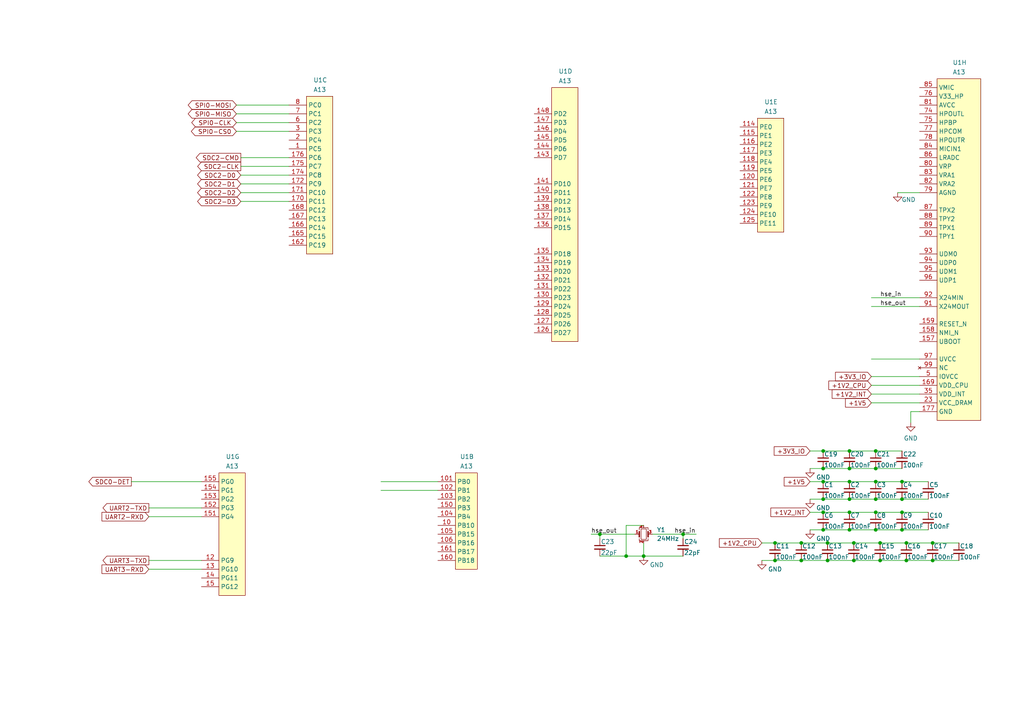
<source format=kicad_sch>
(kicad_sch (version 20210621) (generator eeschema)
  (paper "A4")
  (lib_symbols
    (symbol "Device:C_Small" (pin_numbers hide) (pin_names (offset 0.254) hide)
      (property "Reference" "C" (at 0.254 1.778 0))
      (property "Value" "C_Small" (at 0.254 -2.032 0))
      (symbol "C_Small_0_1"
        (polyline (pts (xy -1.524 -0.508) (xy 1.524 -0.508)) (stroke (width 0.3302)))
        (polyline (pts (xy -1.524 0.508) (xy 1.524 0.508)) (stroke (width 0.3048)))
      )
      (symbol "C_Small_1_1"
        (pin passive line (at 0 2.54 270) (length 2.032) (name "~") (number "1"))
        (pin passive line (at 0 -2.54 90) (length 2.032) (name "~") (number "2"))
      )
    )
    (symbol "Device:Crystal_GND24_Small" (pin_names (offset 1.016) hide)
      (property "Reference" "Y" (at 1.27 4.445 0))
      (property "Value" "Crystal_GND24_Small" (at 1.27 2.54 0))
      (symbol "Crystal_GND24_Small_0_1"
        (rectangle (start -0.762 -1.524) (end 0.762 1.524))
        (polyline (pts (xy -1.27 -0.762) (xy -1.27 0.762)) (stroke (width 0.381)))
        (polyline (pts (xy 1.27 -0.762) (xy 1.27 0.762)) (stroke (width 0.381)))
        (polyline (pts (xy -1.27 -1.27) (xy -1.27 -1.905) (xy 1.27 -1.905) (xy 1.27 -1.27)))
        (polyline (pts (xy -1.27 1.27) (xy -1.27 1.905) (xy 1.27 1.905) (xy 1.27 1.27)))
      )
      (symbol "Crystal_GND24_Small_1_1"
        (pin passive line (at -2.54 0 0) (length 1.27) (name "1") (number "1"))
        (pin passive line (at 0 -2.54 90) (length 0.635) (name "2") (number "2"))
        (pin passive line (at 2.54 0 180) (length 1.27) (name "3") (number "3"))
        (pin passive line (at 0 2.54 270) (length 0.635) (name "4") (number "4"))
      )
    )
    (symbol "allwinner:A13"
      (property "Reference" "U" (at -1.27 6.35 0))
      (property "Value" "A13" (at 0 3.81 0))
      (symbol "A13_1_0"
        (pin passive line (at -13.97 -12.7 0) (length 5.08) (name "SDQ4") (number "19"))
        (pin passive line (at -13.97 -17.78 0) (length 5.08) (name "SDQ6") (number "20"))
        (pin passive line (at -13.97 -7.62 0) (length 5.08) (name "SDQ2") (number "21"))
        (pin passive line (at -13.97 -2.54 0) (length 5.08) (name "SDQ0") (number "22"))
        (pin passive line (at -13.97 -30.48 0) (length 5.08) (name "SDQ11") (number "24"))
        (pin passive line (at -13.97 -25.4 0) (length 5.08) (name "SDQ9") (number "25"))
        (pin passive line (at -13.97 -35.56 0) (length 5.08) (name "SDQ13") (number "26"))
        (pin passive line (at -13.97 -40.64 0) (length 5.08) (name "SDQ15") (number "27"))
        (pin passive line (at -13.97 -33.02 0) (length 5.08) (name "SDQ12") (number "36"))
        (pin passive line (at -13.97 -22.86 0) (length 5.08) (name "SDQ8") (number "37"))
        (pin passive line (at -13.97 -38.1 0) (length 5.08) (name "SDQ14") (number "38"))
        (pin passive line (at -13.97 -27.94 0) (length 5.08) (name "SDQ10") (number "39"))
        (pin passive line (at -13.97 -5.08 0) (length 5.08) (name "SDQ1") (number "40"))
        (pin passive line (at -13.97 -10.16 0) (length 5.08) (name "SDQ3") (number "41"))
        (pin passive line (at -13.97 -20.32 0) (length 5.08) (name "SDQ7") (number "42"))
        (pin passive line (at -13.97 -15.24 0) (length 5.08) (name "SDQ5") (number "44"))
        (pin passive line (at 12.7 -27.94 180) (length 5.08) (name "SA10") (number "48"))
        (pin passive line (at 12.7 -45.72 180) (length 5.08) (name "BA1") (number "49"))
        (pin passive line (at 12.7 -33.02 180) (length 5.08) (name "SA12") (number "50"))
        (pin passive line (at 12.7 -12.7 180) (length 5.08) (name "SA4") (number "51"))
        (pin passive line (at 12.7 -5.08 180) (length 5.08) (name "SA1") (number "52"))
        (pin passive line (at 12.7 -17.78 180) (length 5.08) (name "SA6") (number "54"))
        (pin passive line (at 12.7 -22.86 180) (length 5.08) (name "SA8") (number "55"))
        (pin passive line (at 12.7 -30.48 180) (length 5.08) (name "SA11") (number "56"))
        (pin passive line (at 12.7 -38.1 180) (length 5.08) (name "SA14") (number "57"))
        (pin passive line (at 12.7 -52.07 180) (length 5.08) (name "RAS") (number "58"))
        (pin passive line (at 12.7 -54.61 180) (length 5.08) (name "CAS") (number "59"))
        (pin passive line (at 12.7 -57.15 180) (length 5.08) (name "WE") (number "60"))
        (pin passive line (at 12.7 -48.26 180) (length 5.08) (name "BA2") (number "61"))
        (pin passive line (at 12.7 -43.18 180) (length 5.08) (name "BA0") (number "63"))
        (pin passive line (at 12.7 -2.54 180) (length 5.08) (name "SA0") (number "64"))
        (pin passive line (at 12.7 -10.16 180) (length 5.08) (name "SA3") (number "65"))
        (pin passive line (at 12.7 -7.62 180) (length 5.08) (name "SA2") (number "66"))
        (pin passive line (at 12.7 -15.24 180) (length 5.08) (name "SA5") (number "67"))
        (pin passive line (at 12.7 -35.56 180) (length 5.08) (name "SA13") (number "68"))
        (pin passive line (at 12.7 -25.4 180) (length 5.08) (name "SA9") (number "69"))
        (pin passive line (at 12.7 -59.69 180) (length 5.08) (name "RST") (number "70"))
        (pin passive line (at 12.7 -20.32 180) (length 5.08) (name "SA7") (number "71"))
        (pin passive line (at 12.7 -62.23 180) (length 5.08) (name "ODT") (number "72"))
      )
      (symbol "A13_1_1"
        (rectangle (start -8.89 0) (end 7.62 -81.28) (stroke (width 0.1524)) (fill (type background)))
        (pin passive line (at -13.97 -76.2 0) (length 5.08) (name "DZQ") (number "17"))
        (pin passive line (at -13.97 -78.74 0) (length 5.08) (name "SVREF") (number "18"))
        (pin passive line (at -13.97 -58.42 0) (length 5.08) (name "DM1") (number "28"))
        (pin passive line (at -13.97 -55.88 0) (length 5.08) (name "DM0") (number "29"))
        (pin passive line (at -13.97 -63.5 0) (length 5.08) (name "DQS0+") (number "31"))
        (pin passive line (at -13.97 -66.04 0) (length 5.08) (name "DQS0-") (number "32"))
        (pin passive line (at -13.97 -68.58 0) (length 5.08) (name "DQS1+") (number "33"))
        (pin passive line (at -13.97 -71.12 0) (length 5.08) (name "DQS1-") (number "34"))
        (pin passive line (at -13.97 -45.72 0) (length 5.08) (name "CK+") (number "45"))
        (pin passive line (at -13.97 -48.26 0) (length 5.08) (name "CK-") (number "46"))
        (pin passive line (at -13.97 -50.8 0) (length 5.08) (name "CKE") (number "47"))
      )
      (symbol "A13_2_0"
        (pin passive line (at -8.89 -13.97 0) (length 5.08) (name "PB10") (number "10"))
        (pin passive line (at -8.89 -1.27 0) (length 5.08) (name "PB0") (number "101"))
        (pin passive line (at -8.89 -3.81 0) (length 5.08) (name "PB1") (number "102"))
        (pin passive line (at -8.89 -6.35 0) (length 5.08) (name "PB2") (number "103"))
        (pin passive line (at -8.89 -11.43 0) (length 5.08) (name "PB4") (number "104"))
        (pin passive line (at -8.89 -16.51 0) (length 5.08) (name "PB15") (number "105"))
        (pin passive line (at -8.89 -19.05 0) (length 5.08) (name "PB16") (number "106"))
        (pin passive line (at -8.89 -8.89 0) (length 5.08) (name "PB3") (number "150"))
        (pin passive line (at -8.89 -24.13 0) (length 5.08) (name "PB18") (number "160"))
        (pin passive line (at -8.89 -21.59 0) (length 5.08) (name "PB17") (number "161"))
      )
      (symbol "A13_2_1"
        (rectangle (start -3.81 1.27) (end 2.54 -26.67) (stroke (width 0.1524)) (fill (type background)))
      )
      (symbol "A13_3_0"
        (pin passive line (at -8.89 -13.97 0) (length 5.08) (name "PC5") (number "1"))
        (pin passive line (at -8.89 -41.91 0) (length 5.08) (name "PC19") (number "162"))
        (pin passive line (at -8.89 -39.37 0) (length 5.08) (name "PC15") (number "165"))
        (pin passive line (at -8.89 -36.83 0) (length 5.08) (name "PC14") (number "166"))
        (pin passive line (at -8.89 -34.29 0) (length 5.08) (name "PC13") (number "167"))
        (pin passive line (at -8.89 -31.75 0) (length 5.08) (name "PC12") (number "168"))
        (pin passive line (at -8.89 -29.21 0) (length 5.08) (name "PC11") (number "170"))
        (pin passive line (at -8.89 -26.67 0) (length 5.08) (name "PC10") (number "171"))
        (pin passive line (at -8.89 -24.13 0) (length 5.08) (name "PC9") (number "172"))
        (pin passive line (at -8.89 -21.59 0) (length 5.08) (name "PC8") (number "174"))
        (pin passive line (at -8.89 -19.05 0) (length 5.08) (name "PC7") (number "175"))
        (pin passive line (at -8.89 -16.51 0) (length 5.08) (name "PC6") (number "176"))
        (pin passive line (at -8.89 -11.43 0) (length 5.08) (name "PC4") (number "2"))
        (pin passive line (at -8.89 -8.89 0) (length 5.08) (name "PC3") (number "3"))
        (pin passive line (at -8.89 -6.35 0) (length 5.08) (name "PC2") (number "6"))
        (pin passive line (at -8.89 -3.81 0) (length 5.08) (name "PC1") (number "7"))
        (pin passive line (at -8.89 -1.27 0) (length 5.08) (name "PC0") (number "8"))
      )
      (symbol "A13_3_1"
        (rectangle (start -3.81 1.27) (end 3.81 -44.45) (stroke (width 0.1524)) (fill (type background)))
      )
      (symbol "A13_4_0"
        (pin passive line (at -8.89 -71.12 0) (length 5.08) (name "PD27") (number "126"))
        (pin passive line (at -8.89 -68.58 0) (length 5.08) (name "PD26") (number "127"))
        (pin passive line (at -8.89 -66.04 0) (length 5.08) (name "PD25") (number "128"))
        (pin passive line (at -8.89 -63.5 0) (length 5.08) (name "PD24") (number "129"))
        (pin passive line (at -8.89 -60.96 0) (length 5.08) (name "PD23") (number "130"))
        (pin passive line (at -8.89 -58.42 0) (length 5.08) (name "PD22") (number "131"))
        (pin passive line (at -8.89 -55.88 0) (length 5.08) (name "PD21") (number "132"))
        (pin passive line (at -8.89 -53.34 0) (length 5.08) (name "PD20") (number "133"))
        (pin passive line (at -8.89 -50.8 0) (length 5.08) (name "PD19") (number "134"))
        (pin passive line (at -8.89 -48.26 0) (length 5.08) (name "PD18") (number "135"))
        (pin passive line (at -8.89 -40.64 0) (length 5.08) (name "PD15") (number "136"))
        (pin passive line (at -8.89 -38.1 0) (length 5.08) (name "PD14") (number "137"))
        (pin passive line (at -8.89 -35.56 0) (length 5.08) (name "PD13") (number "138"))
        (pin passive line (at -8.89 -33.02 0) (length 5.08) (name "PD12") (number "139"))
        (pin passive line (at -8.89 -30.48 0) (length 5.08) (name "PD11") (number "140"))
        (pin passive line (at -8.89 -27.94 0) (length 5.08) (name "PD10") (number "141"))
        (pin passive line (at -8.89 -20.32 0) (length 5.08) (name "PD7") (number "143"))
        (pin passive line (at -8.89 -17.78 0) (length 5.08) (name "PD6") (number "144"))
        (pin passive line (at -8.89 -15.24 0) (length 5.08) (name "PD5") (number "145"))
        (pin passive line (at -8.89 -12.7 0) (length 5.08) (name "PD4") (number "146"))
        (pin passive line (at -8.89 -10.16 0) (length 5.08) (name "PD3") (number "147"))
        (pin passive line (at -8.89 -7.62 0) (length 5.08) (name "PD2") (number "148"))
      )
      (symbol "A13_4_1"
        (rectangle (start -3.81 0) (end 3.81 -73.66) (stroke (width 0.1524)) (fill (type background)))
      )
      (symbol "A13_5_0"
        (pin passive line (at -8.89 -2.54 0) (length 5.08) (name "PE0") (number "114"))
        (pin passive line (at -8.89 -5.08 0) (length 5.08) (name "PE1") (number "115"))
        (pin passive line (at -8.89 -7.62 0) (length 5.08) (name "PE2") (number "116"))
        (pin passive line (at -8.89 -10.16 0) (length 5.08) (name "PE3") (number "117"))
        (pin passive line (at -8.89 -12.7 0) (length 5.08) (name "PE4") (number "118"))
        (pin passive line (at -8.89 -15.24 0) (length 5.08) (name "PE5") (number "119"))
        (pin passive line (at -8.89 -17.78 0) (length 5.08) (name "PE6") (number "120"))
        (pin passive line (at -8.89 -20.32 0) (length 5.08) (name "PE7") (number "121"))
        (pin passive line (at -8.89 -22.86 0) (length 5.08) (name "PE8") (number "122"))
        (pin passive line (at -8.89 -25.4 0) (length 5.08) (name "PE9") (number "123"))
        (pin passive line (at -8.89 -27.94 0) (length 5.08) (name "PE10") (number "124"))
        (pin passive line (at -8.89 -30.48 0) (length 5.08) (name "PE11") (number "125"))
      )
      (symbol "A13_5_1"
        (rectangle (start -3.81 0) (end 3.81 -33.02) (stroke (width 0.1524)) (fill (type background)))
      )
      (symbol "A13_6_0"
        (pin passive line (at -7.62 -2.54 0) (length 5.08) (name "PF0") (number "107"))
        (pin passive line (at -7.62 -5.08 0) (length 5.08) (name "PF1") (number "108"))
        (pin passive line (at -7.62 -7.62 0) (length 5.08) (name "PF2") (number "110"))
        (pin passive line (at -7.62 -10.16 0) (length 5.08) (name "PF3") (number "111"))
        (pin passive line (at -7.62 -12.7 0) (length 5.08) (name "PF4") (number "112"))
        (pin passive line (at -7.62 -15.24 0) (length 5.08) (name "PF5") (number "113"))
      )
      (symbol "A13_6_1"
        (rectangle (start -2.54 0) (end 3.81 -17.78) (stroke (width 0.1524)) (fill (type background)))
      )
      (symbol "A13_7_0"
        (pin passive line (at -8.89 -25.4 0) (length 5.08) (name "PG9") (number "12"))
        (pin passive line (at -8.89 -27.94 0) (length 5.08) (name "PG10") (number "13"))
        (pin passive line (at -8.89 -30.48 0) (length 5.08) (name "PG11") (number "14"))
        (pin passive line (at -8.89 -12.7 0) (length 5.08) (name "PG4") (number "151"))
        (pin passive line (at -8.89 -10.16 0) (length 5.08) (name "PG3") (number "152"))
        (pin passive line (at -8.89 -7.62 0) (length 5.08) (name "PG2") (number "153"))
        (pin passive line (at -8.89 -5.08 0) (length 5.08) (name "PG1") (number "154"))
        (pin passive line (at -8.89 -2.54 0) (length 5.08) (name "PG0") (number "155"))
      )
      (symbol "A13_7_1"
        (rectangle (start -3.81 0) (end 3.81 -35.56) (stroke (width 0.1524)) (fill (type background)))
        (pin passive line (at -8.89 -33.02 0) (length 5.08) (name "PG12") (number "15"))
      )
      (symbol "A13_8_0"
        (pin passive line (at -11.43 -96.52 0) (length 5.08) (name "GND") (number "177"))
        (pin passive line (at -11.43 -10.16 0) (length 5.08) (name "HPOUTL") (number "74"))
        (pin passive line (at -11.43 -12.7 0) (length 5.08) (name "HPBP") (number "75"))
        (pin passive line (at -11.43 -15.24 0) (length 5.08) (name "HPCOM") (number "77"))
        (pin passive line (at -11.43 -17.78 0) (length 5.08) (name "HPOUTR") (number "78"))
        (pin passive line (at -11.43 -20.32 0) (length 5.08) (name "MICIN1") (number "84"))
        (pin passive line (at -11.43 -22.86 0) (length 5.08) (name "LRADC") (number "86"))
        (pin passive line (at -11.43 -38.1 0) (length 5.08) (name "TPX2") (number "87"))
        (pin passive line (at -11.43 -40.64 0) (length 5.08) (name "TPY2") (number "88"))
        (pin passive line (at -11.43 -43.18 0) (length 5.08) (name "TPX1") (number "89"))
        (pin passive line (at -11.43 -45.72 0) (length 5.08) (name "TPY1") (number "90"))
        (pin passive line (at -11.43 -50.8 0) (length 5.08) (name "UDM0") (number "93"))
        (pin passive line (at -11.43 -53.34 0) (length 5.08) (name "UDP0") (number "94"))
        (pin passive line (at -11.43 -55.88 0) (length 5.08) (name "UDM1") (number "95"))
        (pin passive line (at -11.43 -58.42 0) (length 5.08) (name "UDP1") (number "96"))
        (pin no_connect line (at -11.43 -83.82 0) (length 5.08) (name "NC") (number "99"))
      )
      (symbol "A13_8_1"
        (rectangle (start -6.35 0) (end 5.08 -99.06) (stroke (width 0.1524)) (fill (type background)))
        (pin passive line (at -11.43 -86.36 0) (length 5.08) hide (name "IOVCC") (number "100"))
        (pin passive line (at -11.43 -91.44 0) (length 5.08) hide (name "VDD_INT") (number "109"))
        (pin passive line (at -11.43 -88.9 0) (length 5.08) hide (name "VDD_CPU") (number "11"))
        (pin passive line (at -11.43 -86.36 0) (length 5.08) hide (name "IOVCC") (number "142"))
        (pin passive line (at -11.43 -91.44 0) (length 5.08) hide (name "VDD_INT") (number "149"))
        (pin passive line (at -11.43 -88.9 0) (length 5.08) hide (name "VDD_CPU") (number "156"))
        (pin passive line (at -11.43 -76.2 0) (length 5.08) (name "UBOOT") (number "157"))
        (pin passive line (at -11.43 -73.66 0) (length 5.08) (name "NMI_N") (number "158"))
        (pin passive line (at -11.43 -71.12 0) (length 5.08) (name "RESET_N") (number "159"))
        (pin passive line (at -11.43 -88.9 0) (length 5.08) hide (name "VDD_CPU") (number "16"))
        (pin passive line (at -11.43 -86.36 0) (length 5.08) hide (name "IOVCC") (number "163"))
        (pin passive line (at -11.43 -88.9 0) (length 5.08) hide (name "VDD_CPU") (number "164"))
        (pin passive line (at -11.43 -88.9 0) (length 5.08) (name "VDD_CPU") (number "169"))
        (pin passive line (at -11.43 -88.9 0) (length 5.08) hide (name "VDD_CPU") (number "173"))
        (pin passive line (at -11.43 -93.98 0) (length 5.08) (name "VCC_DRAM") (number "23"))
        (pin passive line (at -11.43 -93.98 0) (length 5.08) hide (name "VCC_DRAM") (number "30"))
        (pin passive line (at -11.43 -91.44 0) (length 5.08) (name "VDD_INT") (number "35"))
        (pin passive line (at -11.43 -88.9 0) (length 5.08) hide (name "VDD_CPU") (number "4"))
        (pin passive line (at -11.43 -93.98 0) (length 5.08) hide (name "VCC_DRAM") (number "43"))
        (pin passive line (at -11.43 -86.36 0) (length 5.08) (name "IOVCC") (number "5"))
        (pin passive line (at -11.43 -93.98 0) (length 5.08) hide (name "VCC_DRAM") (number "53"))
        (pin passive line (at -11.43 -93.98 0) (length 5.08) hide (name "VCC_DRAM") (number "62"))
        (pin passive line (at -11.43 -91.44 0) (length 5.08) hide (name "VDD_INT") (number "73"))
        (pin passive line (at -11.43 -5.08 0) (length 5.08) (name "V33_HP") (number "76"))
        (pin passive line (at -11.43 -33.02 0) (length 5.08) (name "AGND") (number "79"))
        (pin passive line (at -11.43 -25.4 0) (length 5.08) (name "VRP") (number "80"))
        (pin passive line (at -11.43 -7.62 0) (length 5.08) (name "AVCC") (number "81"))
        (pin passive line (at -11.43 -30.48 0) (length 5.08) (name "VRA2") (number "82"))
        (pin passive line (at -11.43 -27.94 0) (length 5.08) (name "VRA1") (number "83"))
        (pin passive line (at -11.43 -2.54 0) (length 5.08) (name "VMIC") (number "85"))
        (pin passive line (at -11.43 -88.9 0) (length 5.08) hide (name "VDD_CPU") (number "9"))
        (pin passive line (at -11.43 -66.04 0) (length 5.08) (name "X24MOUT") (number "91"))
        (pin passive line (at -11.43 -63.5 0) (length 5.08) (name "X24MIN") (number "92"))
        (pin passive line (at -11.43 -81.28 0) (length 5.08) (name "UVCC") (number "97"))
        (pin passive line (at -11.43 -91.44 0) (length 5.08) hide (name "VDD_INT") (number "98"))
      )
    )
    (symbol "allwinner:A13_1"
      (property "Reference" "U1" (at -3.0987 4.7185 0))
      (property "Value" "A13" (at -3.0987 1.9434 0))
      (symbol "A13_1_1_0"
        (pin passive line (at -13.97 -12.7 0) (length 5.08) (name "SDQ4") (number "19"))
        (pin passive line (at -13.97 -17.78 0) (length 5.08) (name "SDQ6") (number "20"))
        (pin passive line (at -13.97 -7.62 0) (length 5.08) (name "SDQ2") (number "21"))
        (pin passive line (at -13.97 -2.54 0) (length 5.08) (name "SDQ0") (number "22"))
        (pin passive line (at -13.97 -30.48 0) (length 5.08) (name "SDQ11") (number "24"))
        (pin passive line (at -13.97 -25.4 0) (length 5.08) (name "SDQ9") (number "25"))
        (pin passive line (at -13.97 -35.56 0) (length 5.08) (name "SDQ13") (number "26"))
        (pin passive line (at -13.97 -40.64 0) (length 5.08) (name "SDQ15") (number "27"))
        (pin passive line (at -13.97 -33.02 0) (length 5.08) (name "SDQ12") (number "36"))
        (pin passive line (at -13.97 -22.86 0) (length 5.08) (name "SDQ8") (number "37"))
        (pin passive line (at -13.97 -38.1 0) (length 5.08) (name "SDQ14") (number "38"))
        (pin passive line (at -13.97 -27.94 0) (length 5.08) (name "SDQ10") (number "39"))
        (pin passive line (at -13.97 -5.08 0) (length 5.08) (name "SDQ1") (number "40"))
        (pin passive line (at -13.97 -10.16 0) (length 5.08) (name "SDQ3") (number "41"))
        (pin passive line (at -13.97 -20.32 0) (length 5.08) (name "SDQ7") (number "42"))
        (pin passive line (at -13.97 -15.24 0) (length 5.08) (name "SDQ5") (number "44"))
        (pin passive line (at 12.7 -27.94 180) (length 5.08) (name "SA10") (number "48"))
        (pin passive line (at 12.7 -45.72 180) (length 5.08) (name "BA1") (number "49"))
        (pin passive line (at 12.7 -33.02 180) (length 5.08) (name "SA12") (number "50"))
        (pin passive line (at 12.7 -12.7 180) (length 5.08) (name "SA4") (number "51"))
        (pin passive line (at 12.7 -5.08 180) (length 5.08) (name "SA1") (number "52"))
        (pin passive line (at 12.7 -17.78 180) (length 5.08) (name "SA6") (number "54"))
        (pin passive line (at 12.7 -22.86 180) (length 5.08) (name "SA8") (number "55"))
        (pin passive line (at 12.7 -30.48 180) (length 5.08) (name "SA11") (number "56"))
        (pin passive line (at 12.7 -38.1 180) (length 5.08) (name "SA14") (number "57"))
        (pin passive line (at 12.7 -52.07 180) (length 5.08) (name "RAS") (number "58"))
        (pin passive line (at 12.7 -54.61 180) (length 5.08) (name "CAS") (number "59"))
        (pin passive line (at 12.7 -57.15 180) (length 5.08) (name "WE") (number "60"))
        (pin passive line (at 12.7 -48.26 180) (length 5.08) (name "BA2") (number "61"))
        (pin passive line (at 12.7 -43.18 180) (length 5.08) (name "BA0") (number "63"))
        (pin passive line (at 12.7 -2.54 180) (length 5.08) (name "SA0") (number "64"))
        (pin passive line (at 12.7 -10.16 180) (length 5.08) (name "SA3") (number "65"))
        (pin passive line (at 12.7 -7.62 180) (length 5.08) (name "SA2") (number "66"))
        (pin passive line (at 12.7 -15.24 180) (length 5.08) (name "SA5") (number "67"))
        (pin passive line (at 12.7 -35.56 180) (length 5.08) (name "SA13") (number "68"))
        (pin passive line (at 12.7 -25.4 180) (length 5.08) (name "SA9") (number "69"))
        (pin passive line (at 12.7 -59.69 180) (length 5.08) (name "RST") (number "70"))
        (pin passive line (at 12.7 -20.32 180) (length 5.08) (name "SA7") (number "71"))
        (pin passive line (at 12.7 -62.23 180) (length 5.08) (name "ODT") (number "72"))
      )
      (symbol "A13_1_1_1"
        (rectangle (start -8.89 0) (end 7.62 -81.28) (stroke (width 0.1524)) (fill (type background)))
        (pin passive line (at -13.97 -76.2 0) (length 5.08) (name "DZQ") (number "17"))
        (pin passive line (at -13.97 -78.74 0) (length 5.08) (name "SVREF") (number "18"))
        (pin passive line (at -13.97 -58.42 0) (length 5.08) (name "DM1") (number "28"))
        (pin passive line (at -13.97 -55.88 0) (length 5.08) (name "DM0") (number "29"))
        (pin passive line (at -13.97 -63.5 0) (length 5.08) (name "DQS0+") (number "31"))
        (pin passive line (at -13.97 -66.04 0) (length 5.08) (name "DQS0-") (number "32"))
        (pin passive line (at -13.97 -68.58 0) (length 5.08) (name "DQS1+") (number "33"))
        (pin passive line (at -13.97 -71.12 0) (length 5.08) (name "DQS1-") (number "34"))
        (pin passive line (at -13.97 -45.72 0) (length 5.08) (name "CK+") (number "45"))
        (pin passive line (at -13.97 -48.26 0) (length 5.08) (name "CK-") (number "46"))
        (pin passive line (at -13.97 -50.8 0) (length 5.08) (name "CKE") (number "47"))
      )
      (symbol "A13_1_2_0"
        (pin passive line (at -8.89 -13.97 0) (length 5.08) (name "PB10") (number "10"))
        (pin passive line (at -8.89 -1.27 0) (length 5.08) (name "PB0") (number "101"))
        (pin passive line (at -8.89 -3.81 0) (length 5.08) (name "PB1") (number "102"))
        (pin passive line (at -8.89 -6.35 0) (length 5.08) (name "PB2") (number "103"))
        (pin passive line (at -8.89 -11.43 0) (length 5.08) (name "PB4") (number "104"))
        (pin passive line (at -8.89 -16.51 0) (length 5.08) (name "PB15") (number "105"))
        (pin passive line (at -8.89 -19.05 0) (length 5.08) (name "PB16") (number "106"))
        (pin passive line (at -8.89 -8.89 0) (length 5.08) (name "PB3") (number "150"))
        (pin passive line (at -8.89 -24.13 0) (length 5.08) (name "PB18") (number "160"))
        (pin passive line (at -8.89 -21.59 0) (length 5.08) (name "PB17") (number "161"))
      )
      (symbol "A13_1_2_1"
        (rectangle (start -3.81 1.27) (end 2.54 -26.67) (stroke (width 0.1524)) (fill (type background)))
      )
      (symbol "A13_1_3_0"
        (pin passive line (at -8.89 -13.97 0) (length 5.08) (name "PC5") (number "1"))
        (pin passive line (at -8.89 -41.91 0) (length 5.08) (name "PC19") (number "162"))
        (pin passive line (at -8.89 -39.37 0) (length 5.08) (name "PC15") (number "165"))
        (pin passive line (at -8.89 -36.83 0) (length 5.08) (name "PC14") (number "166"))
        (pin passive line (at -8.89 -34.29 0) (length 5.08) (name "PC13") (number "167"))
        (pin passive line (at -8.89 -31.75 0) (length 5.08) (name "PC12") (number "168"))
        (pin passive line (at -8.89 -29.21 0) (length 5.08) (name "PC11") (number "170"))
        (pin passive line (at -8.89 -26.67 0) (length 5.08) (name "PC10") (number "171"))
        (pin passive line (at -8.89 -24.13 0) (length 5.08) (name "PC9") (number "172"))
        (pin passive line (at -8.89 -21.59 0) (length 5.08) (name "PC8") (number "174"))
        (pin passive line (at -8.89 -19.05 0) (length 5.08) (name "PC7") (number "175"))
        (pin passive line (at -8.89 -16.51 0) (length 5.08) (name "PC6") (number "176"))
        (pin passive line (at -8.89 -11.43 0) (length 5.08) (name "PC4") (number "2"))
        (pin passive line (at -8.89 -8.89 0) (length 5.08) (name "PC3") (number "3"))
        (pin passive line (at -8.89 -6.35 0) (length 5.08) (name "PC2") (number "6"))
        (pin passive line (at -8.89 -3.81 0) (length 5.08) (name "PC1") (number "7"))
        (pin passive line (at -8.89 -1.27 0) (length 5.08) (name "PC0") (number "8"))
      )
      (symbol "A13_1_3_1"
        (rectangle (start -3.81 1.27) (end 3.81 -44.45) (stroke (width 0.1524)) (fill (type background)))
      )
      (symbol "A13_1_4_0"
        (pin passive line (at -8.89 -71.12 0) (length 5.08) (name "PD27") (number "126"))
        (pin passive line (at -8.89 -68.58 0) (length 5.08) (name "PD26") (number "127"))
        (pin passive line (at -8.89 -66.04 0) (length 5.08) (name "PD25") (number "128"))
        (pin passive line (at -8.89 -63.5 0) (length 5.08) (name "PD24") (number "129"))
        (pin passive line (at -8.89 -60.96 0) (length 5.08) (name "PD23") (number "130"))
        (pin passive line (at -8.89 -58.42 0) (length 5.08) (name "PD22") (number "131"))
        (pin passive line (at -8.89 -55.88 0) (length 5.08) (name "PD21") (number "132"))
        (pin passive line (at -8.89 -53.34 0) (length 5.08) (name "PD20") (number "133"))
        (pin passive line (at -8.89 -50.8 0) (length 5.08) (name "PD19") (number "134"))
        (pin passive line (at -8.89 -48.26 0) (length 5.08) (name "PD18") (number "135"))
        (pin passive line (at -8.89 -40.64 0) (length 5.08) (name "PD15") (number "136"))
        (pin passive line (at -8.89 -38.1 0) (length 5.08) (name "PD14") (number "137"))
        (pin passive line (at -8.89 -35.56 0) (length 5.08) (name "PD13") (number "138"))
        (pin passive line (at -8.89 -33.02 0) (length 5.08) (name "PD12") (number "139"))
        (pin passive line (at -8.89 -30.48 0) (length 5.08) (name "PD11") (number "140"))
        (pin passive line (at -8.89 -27.94 0) (length 5.08) (name "PD10") (number "141"))
        (pin passive line (at -8.89 -20.32 0) (length 5.08) (name "PD7") (number "143"))
        (pin passive line (at -8.89 -17.78 0) (length 5.08) (name "PD6") (number "144"))
        (pin passive line (at -8.89 -15.24 0) (length 5.08) (name "PD5") (number "145"))
        (pin passive line (at -8.89 -12.7 0) (length 5.08) (name "PD4") (number "146"))
        (pin passive line (at -8.89 -10.16 0) (length 5.08) (name "PD3") (number "147"))
        (pin passive line (at -8.89 -7.62 0) (length 5.08) (name "PD2") (number "148"))
      )
      (symbol "A13_1_4_1"
        (rectangle (start -3.81 0) (end 3.81 -73.66) (stroke (width 0.1524)) (fill (type background)))
      )
      (symbol "A13_1_5_0"
        (pin passive line (at -8.89 -2.54 0) (length 5.08) (name "PE0") (number "114"))
        (pin passive line (at -8.89 -5.08 0) (length 5.08) (name "PE1") (number "115"))
        (pin passive line (at -8.89 -7.62 0) (length 5.08) (name "PE2") (number "116"))
        (pin passive line (at -8.89 -10.16 0) (length 5.08) (name "PE3") (number "117"))
        (pin passive line (at -8.89 -12.7 0) (length 5.08) (name "PE4") (number "118"))
        (pin passive line (at -8.89 -15.24 0) (length 5.08) (name "PE5") (number "119"))
        (pin passive line (at -8.89 -17.78 0) (length 5.08) (name "PE6") (number "120"))
        (pin passive line (at -8.89 -20.32 0) (length 5.08) (name "PE7") (number "121"))
        (pin passive line (at -8.89 -22.86 0) (length 5.08) (name "PE8") (number "122"))
        (pin passive line (at -8.89 -25.4 0) (length 5.08) (name "PE9") (number "123"))
        (pin passive line (at -8.89 -27.94 0) (length 5.08) (name "PE10") (number "124"))
        (pin passive line (at -8.89 -30.48 0) (length 5.08) (name "PE11") (number "125"))
      )
      (symbol "A13_1_5_1"
        (rectangle (start -3.81 0) (end 3.81 -33.02) (stroke (width 0.1524)) (fill (type background)))
      )
      (symbol "A13_1_6_0"
        (pin passive line (at -7.62 -2.54 0) (length 5.08) (name "PF0") (number "107"))
        (pin passive line (at -7.62 -5.08 0) (length 5.08) (name "PF1") (number "108"))
        (pin passive line (at -7.62 -7.62 0) (length 5.08) (name "PF2") (number "110"))
        (pin passive line (at -7.62 -10.16 0) (length 5.08) (name "PF3") (number "111"))
        (pin passive line (at -7.62 -12.7 0) (length 5.08) (name "PF4") (number "112"))
        (pin passive line (at -7.62 -15.24 0) (length 5.08) (name "PF5") (number "113"))
      )
      (symbol "A13_1_6_1"
        (rectangle (start -2.54 0) (end 3.81 -17.78) (stroke (width 0.1524)) (fill (type background)))
      )
      (symbol "A13_1_7_0"
        (pin passive line (at -8.89 -25.4 0) (length 5.08) (name "PG9") (number "12"))
        (pin passive line (at -8.89 -27.94 0) (length 5.08) (name "PG10") (number "13"))
        (pin passive line (at -8.89 -30.48 0) (length 5.08) (name "PG11") (number "14"))
        (pin passive line (at -8.89 -12.7 0) (length 5.08) (name "PG4") (number "151"))
        (pin passive line (at -8.89 -10.16 0) (length 5.08) (name "PG3") (number "152"))
        (pin passive line (at -8.89 -7.62 0) (length 5.08) (name "PG2") (number "153"))
        (pin passive line (at -8.89 -5.08 0) (length 5.08) (name "PG1") (number "154"))
        (pin passive line (at -8.89 -2.54 0) (length 5.08) (name "PG0") (number "155"))
      )
      (symbol "A13_1_7_1"
        (rectangle (start -3.81 0) (end 3.81 -35.56) (stroke (width 0.1524)) (fill (type background)))
        (pin passive line (at -8.89 -33.02 0) (length 5.08) (name "PG12") (number "15"))
      )
      (symbol "A13_1_8_0"
        (pin passive line (at -12.7 -96.52 0) (length 5.08) (name "GND") (number "177"))
        (pin passive line (at -12.7 -10.16 0) (length 5.08) (name "HPOUTL") (number "74"))
        (pin passive line (at -12.7 -12.7 0) (length 5.08) (name "HPBP") (number "75"))
        (pin passive line (at -12.7 -15.24 0) (length 5.08) (name "HPCOM") (number "77"))
        (pin passive line (at -12.7 -17.78 0) (length 5.08) (name "HPOUTR") (number "78"))
        (pin passive line (at -12.7 -20.32 0) (length 5.08) (name "MICIN1") (number "84"))
        (pin passive line (at -12.7 -22.86 0) (length 5.08) (name "LRADC") (number "86"))
        (pin passive line (at -12.7 -38.1 0) (length 5.08) (name "TPX2") (number "87"))
        (pin passive line (at -12.7 -40.64 0) (length 5.08) (name "TPY2") (number "88"))
        (pin passive line (at -12.7 -43.18 0) (length 5.08) (name "TPX1") (number "89"))
        (pin passive line (at -12.7 -45.72 0) (length 5.08) (name "TPY1") (number "90"))
        (pin passive line (at -12.7 -50.8 0) (length 5.08) (name "UDM0") (number "93"))
        (pin passive line (at -12.7 -53.34 0) (length 5.08) (name "UDP0") (number "94"))
        (pin passive line (at -12.7 -55.88 0) (length 5.08) (name "UDM1") (number "95"))
        (pin passive line (at -12.7 -58.42 0) (length 5.08) (name "UDP1") (number "96"))
        (pin no_connect line (at -12.7 -83.82 0) (length 5.08) (name "NC") (number "99"))
      )
      (symbol "A13_1_8_1"
        (rectangle (start -7.62 0) (end 5.08 -99.06) (stroke (width 0.1524)) (fill (type background)))
        (pin passive line (at -12.7 -86.36 0) (length 5.08) hide (name "IOVCC") (number "100"))
        (pin passive line (at -12.7 -91.44 0) (length 5.08) hide (name "VDD_INT") (number "109"))
        (pin passive line (at -12.7 -88.9 0) (length 5.08) hide (name "VDD_CPU") (number "11"))
        (pin passive line (at -12.7 -86.36 0) (length 5.08) hide (name "IOVCC") (number "142"))
        (pin passive line (at -12.7 -91.44 0) (length 5.08) hide (name "VDD_INT") (number "149"))
        (pin passive line (at -12.7 -88.9 0) (length 5.08) hide (name "VDD_CPU") (number "156"))
        (pin passive line (at -12.7 -76.2 0) (length 5.08) (name "UBOOT") (number "157"))
        (pin passive line (at -12.7 -73.66 0) (length 5.08) (name "NMI_N") (number "158"))
        (pin passive line (at -12.7 -71.12 0) (length 5.08) (name "RESET_N") (number "159"))
        (pin passive line (at -12.7 -88.9 0) (length 5.08) hide (name "VDD_CPU") (number "16"))
        (pin passive line (at -12.7 -86.36 0) (length 5.08) hide (name "IOVCC") (number "163"))
        (pin passive line (at -12.7 -88.9 0) (length 5.08) hide (name "VDD_CPU") (number "164"))
        (pin passive line (at -12.7 -88.9 0) (length 5.08) (name "VDD_CPU") (number "169"))
        (pin passive line (at -12.7 -88.9 0) (length 5.08) hide (name "VDD_CPU") (number "173"))
        (pin passive line (at -12.7 -93.98 0) (length 5.08) (name "VCC_DRAM") (number "23"))
        (pin passive line (at -12.7 -93.98 0) (length 5.08) hide (name "VCC_DRAM") (number "30"))
        (pin passive line (at -12.7 -91.44 0) (length 5.08) (name "VDD_INT") (number "35"))
        (pin passive line (at -12.7 -88.9 0) (length 5.08) hide (name "VDD_CPU") (number "4"))
        (pin passive line (at -12.7 -93.98 0) (length 5.08) hide (name "VCC_DRAM") (number "43"))
        (pin passive line (at -12.7 -86.36 0) (length 5.08) (name "IOVCC") (number "5"))
        (pin passive line (at -12.7 -93.98 0) (length 5.08) hide (name "VCC_DRAM") (number "53"))
        (pin passive line (at -12.7 -93.98 0) (length 5.08) hide (name "VCC_DRAM") (number "62"))
        (pin passive line (at -12.7 -91.44 0) (length 5.08) hide (name "VDD_INT") (number "73"))
        (pin passive line (at -12.7 -5.08 0) (length 5.08) (name "V33_HP") (number "76"))
        (pin passive line (at -12.7 -33.02 0) (length 5.08) (name "AGND") (number "79"))
        (pin passive line (at -12.7 -25.4 0) (length 5.08) (name "VRP") (number "80"))
        (pin passive line (at -12.7 -7.62 0) (length 5.08) (name "AVCC") (number "81"))
        (pin passive line (at -12.7 -30.48 0) (length 5.08) (name "VRA2") (number "82"))
        (pin passive line (at -12.7 -27.94 0) (length 5.08) (name "VRA1") (number "83"))
        (pin passive line (at -12.7 -2.54 0) (length 5.08) (name "VMIC") (number "85"))
        (pin passive line (at -12.7 -88.9 0) (length 5.08) hide (name "VDD_CPU") (number "9"))
        (pin passive line (at -12.7 -66.04 0) (length 5.08) (name "X24MOUT") (number "91"))
        (pin passive line (at -12.7 -63.5 0) (length 5.08) (name "X24MIN") (number "92"))
        (pin passive line (at -12.7 -81.28 0) (length 5.08) (name "UVCC") (number "97"))
        (pin passive line (at -12.7 -91.44 0) (length 5.08) hide (name "VDD_INT") (number "98"))
      )
    )
    (symbol "power:GND" (power) (pin_names (offset 0))
      (property "Value" "GND" (at 0 -3.81 0))
      (symbol "GND_0_1"
        (polyline (pts (xy 0 0) (xy 0 -1.27) (xy 1.27 -1.27) (xy 0 -2.54) (xy -1.27 -1.27) (xy 0 -1.27)))
      )
      (symbol "GND_1_1"
        (pin power_in line (at 0 0 270) (length 0) hide (name "GND") (number "1"))
      )
    )
  )
  (junction (at 173.99 154.94) (diameter 0.9144))
  (junction (at 181.61 161.29) (diameter 0.9144))
  (junction (at 186.69 161.29) (diameter 0.9144))
  (junction (at 198.12 154.94) (diameter 0.9144))
  (junction (at 224.79 157.48) (diameter 0.9144))
  (junction (at 224.79 162.56) (diameter 0.9144))
  (junction (at 232.41 157.48) (diameter 0.9144))
  (junction (at 232.41 162.56) (diameter 0.9144))
  (junction (at 238.76 130.81) (diameter 0.9144))
  (junction (at 238.76 135.89) (diameter 0.9144))
  (junction (at 238.76 139.7) (diameter 0.9144))
  (junction (at 238.76 144.78) (diameter 0.9144))
  (junction (at 238.76 148.59) (diameter 0.9144))
  (junction (at 238.76 153.67) (diameter 0.9144))
  (junction (at 240.03 157.48) (diameter 0.9144))
  (junction (at 240.03 162.56) (diameter 0.9144))
  (junction (at 246.38 130.81) (diameter 0.9144))
  (junction (at 246.38 135.89) (diameter 0.9144))
  (junction (at 246.38 139.7) (diameter 0.9144))
  (junction (at 246.38 144.78) (diameter 0.9144))
  (junction (at 246.38 148.59) (diameter 0.9144))
  (junction (at 246.38 153.67) (diameter 0.9144))
  (junction (at 247.65 157.48) (diameter 0.9144))
  (junction (at 247.65 162.56) (diameter 0.9144))
  (junction (at 254 130.81) (diameter 0.9144))
  (junction (at 254 135.89) (diameter 0.9144))
  (junction (at 254 139.7) (diameter 0.9144))
  (junction (at 254 144.78) (diameter 0.9144))
  (junction (at 254 148.59) (diameter 0.9144))
  (junction (at 254 153.67) (diameter 0.9144))
  (junction (at 255.27 157.48) (diameter 0.9144))
  (junction (at 255.27 162.56) (diameter 0.9144))
  (junction (at 261.62 139.7) (diameter 0.9144))
  (junction (at 261.62 144.78) (diameter 0.9144))
  (junction (at 261.62 148.59) (diameter 0.9144))
  (junction (at 261.62 153.67) (diameter 0.9144))
  (junction (at 262.89 157.48) (diameter 0.9144))
  (junction (at 262.89 162.56) (diameter 0.9144))
  (junction (at 270.51 157.48) (diameter 0.9144))
  (junction (at 270.51 162.56) (diameter 0.9144))
  (wire (pts (xy 38.1 139.7) (xy 58.42 139.7)))
  (wire (pts (xy 43.18 147.32) (xy 58.42 147.32)))
  (wire (pts (xy 43.18 149.86) (xy 58.42 149.86)))
  (wire (pts (xy 43.18 162.56) (xy 58.42 162.56)))
  (wire (pts (xy 43.18 165.1) (xy 58.42 165.1)))
  (wire (pts (xy 68.58 30.48) (xy 83.82 30.48)))
  (wire (pts (xy 68.58 33.02) (xy 83.82 33.02)))
  (wire (pts (xy 68.58 35.56) (xy 83.82 35.56)))
  (wire (pts (xy 68.58 38.1) (xy 83.82 38.1)))
  (wire (pts (xy 69.85 45.72) (xy 83.82 45.72)))
  (wire (pts (xy 69.85 48.26) (xy 83.82 48.26)))
  (wire (pts (xy 69.85 50.8) (xy 83.82 50.8)))
  (wire (pts (xy 69.85 53.34) (xy 83.82 53.34)))
  (wire (pts (xy 69.85 55.88) (xy 83.82 55.88)))
  (wire (pts (xy 69.85 58.42) (xy 83.82 58.42)))
  (wire (pts (xy 110.49 139.7) (xy 127 139.7)))
  (wire (pts (xy 110.49 142.24) (xy 127 142.24)))
  (wire (pts (xy 171.45 154.94) (xy 173.99 154.94)))
  (wire (pts (xy 173.99 154.94) (xy 173.99 156.21)))
  (wire (pts (xy 173.99 154.94) (xy 184.15 154.94)))
  (wire (pts (xy 173.99 161.29) (xy 181.61 161.29)))
  (wire (pts (xy 181.61 152.4) (xy 181.61 161.29)))
  (wire (pts (xy 181.61 161.29) (xy 186.69 161.29)))
  (wire (pts (xy 186.69 152.4) (xy 181.61 152.4)))
  (wire (pts (xy 186.69 157.48) (xy 186.69 161.29)))
  (wire (pts (xy 186.69 161.29) (xy 198.12 161.29)))
  (wire (pts (xy 189.23 154.94) (xy 198.12 154.94)))
  (wire (pts (xy 198.12 154.94) (xy 201.93 154.94)))
  (wire (pts (xy 198.12 156.21) (xy 198.12 154.94)))
  (wire (pts (xy 220.98 157.48) (xy 224.79 157.48)))
  (wire (pts (xy 220.98 162.56) (xy 224.79 162.56)))
  (wire (pts (xy 224.79 157.48) (xy 232.41 157.48)))
  (wire (pts (xy 224.79 162.56) (xy 232.41 162.56)))
  (wire (pts (xy 232.41 157.48) (xy 240.03 157.48)))
  (wire (pts (xy 232.41 162.56) (xy 240.03 162.56)))
  (wire (pts (xy 234.95 130.81) (xy 238.76 130.81)))
  (wire (pts (xy 234.95 135.89) (xy 238.76 135.89)))
  (wire (pts (xy 234.95 139.7) (xy 238.76 139.7)))
  (wire (pts (xy 234.95 144.78) (xy 238.76 144.78)))
  (wire (pts (xy 234.95 148.59) (xy 238.76 148.59)))
  (wire (pts (xy 234.95 153.67) (xy 238.76 153.67)))
  (wire (pts (xy 238.76 130.81) (xy 246.38 130.81)))
  (wire (pts (xy 238.76 135.89) (xy 246.38 135.89)))
  (wire (pts (xy 238.76 139.7) (xy 246.38 139.7)))
  (wire (pts (xy 238.76 144.78) (xy 246.38 144.78)))
  (wire (pts (xy 238.76 148.59) (xy 246.38 148.59)))
  (wire (pts (xy 238.76 153.67) (xy 246.38 153.67)))
  (wire (pts (xy 240.03 157.48) (xy 247.65 157.48)))
  (wire (pts (xy 240.03 162.56) (xy 247.65 162.56)))
  (wire (pts (xy 246.38 130.81) (xy 254 130.81)))
  (wire (pts (xy 246.38 135.89) (xy 254 135.89)))
  (wire (pts (xy 246.38 139.7) (xy 254 139.7)))
  (wire (pts (xy 246.38 144.78) (xy 254 144.78)))
  (wire (pts (xy 246.38 148.59) (xy 254 148.59)))
  (wire (pts (xy 246.38 153.67) (xy 254 153.67)))
  (wire (pts (xy 247.65 157.48) (xy 255.27 157.48)))
  (wire (pts (xy 247.65 162.56) (xy 255.27 162.56)))
  (wire (pts (xy 252.73 86.36) (xy 266.7 86.36)))
  (wire (pts (xy 252.73 88.9) (xy 266.7 88.9)))
  (wire (pts (xy 252.73 104.14) (xy 266.7 104.14)))
  (wire (pts (xy 252.73 109.22) (xy 266.7 109.22)))
  (wire (pts (xy 252.73 111.76) (xy 266.7 111.76)))
  (wire (pts (xy 252.73 114.3) (xy 266.7 114.3)))
  (wire (pts (xy 252.73 116.84) (xy 266.7 116.84)))
  (wire (pts (xy 254 130.81) (xy 261.62 130.81)))
  (wire (pts (xy 254 135.89) (xy 261.62 135.89)))
  (wire (pts (xy 254 139.7) (xy 261.62 139.7)))
  (wire (pts (xy 254 144.78) (xy 261.62 144.78)))
  (wire (pts (xy 254 148.59) (xy 261.62 148.59)))
  (wire (pts (xy 254 153.67) (xy 261.62 153.67)))
  (wire (pts (xy 255.27 157.48) (xy 262.89 157.48)))
  (wire (pts (xy 255.27 162.56) (xy 262.89 162.56)))
  (wire (pts (xy 260.35 55.88) (xy 266.7 55.88)))
  (wire (pts (xy 261.62 139.7) (xy 269.24 139.7)))
  (wire (pts (xy 261.62 144.78) (xy 269.24 144.78)))
  (wire (pts (xy 261.62 148.59) (xy 269.24 148.59)))
  (wire (pts (xy 261.62 153.67) (xy 269.24 153.67)))
  (wire (pts (xy 262.89 157.48) (xy 270.51 157.48)))
  (wire (pts (xy 262.89 162.56) (xy 270.51 162.56)))
  (wire (pts (xy 264.16 119.38) (xy 264.16 122.555)))
  (wire (pts (xy 264.16 119.38) (xy 266.7 119.38)))
  (wire (pts (xy 270.51 157.48) (xy 278.13 157.48)))
  (wire (pts (xy 270.51 162.56) (xy 278.13 162.56)))
  (label "hse_out" (at 171.45 154.94 0))
  (label "hse_in" (at 195.58 154.94 0))
  (label "hse_in" (at 255.27 86.36 0))
  (label "hse_out" (at 255.27 88.9 0))
  (global_label "SDC0-DET" (shape output) (at 38.1 139.7 180) (property "Intersheet References" "${INTERSHEET_REFS}" (effects hide)))
  (global_label "UART2-TXD" (shape output) (at 43.18 147.32 180) (property "Intersheet References" "${INTERSHEET_REFS}" (effects hide)))
  (global_label "UART2-RXD" (shape input) (at 43.18 149.86 180) (property "Intersheet References" "${INTERSHEET_REFS}" (effects hide)))
  (global_label "UART3-TXD" (shape output) (at 43.18 162.56 180) (property "Intersheet References" "${INTERSHEET_REFS}" (effects hide)))
  (global_label "UART3-RXD" (shape input) (at 43.18 165.1 180) (property "Intersheet References" "${INTERSHEET_REFS}" (effects hide)))
  (global_label "SPI0-MOSI" (shape bidirectional) (at 68.58 30.48 180) (property "Intersheet References" "${INTERSHEET_REFS}" (effects hide)))
  (global_label "SPI0-MISO" (shape bidirectional) (at 68.58 33.02 180) (property "Intersheet References" "${INTERSHEET_REFS}" (effects hide)))
  (global_label "SPI0-CLK" (shape bidirectional) (at 68.58 35.56 180) (property "Intersheet References" "${INTERSHEET_REFS}" (effects hide)))
  (global_label "SPI0-CS0" (shape bidirectional) (at 68.58 38.1 180) (property "Intersheet References" "${INTERSHEET_REFS}" (effects hide)))
  (global_label "SDC2-CMD" (shape output) (at 69.85 45.72 180) (property "Intersheet References" "${INTERSHEET_REFS}" (effects hide)))
  (global_label "SDC2-CLK" (shape output) (at 69.85 48.26 180) (property "Intersheet References" "${INTERSHEET_REFS}" (effects hide)))
  (global_label "SDC2-D0" (shape bidirectional) (at 69.85 50.8 180) (property "Intersheet References" "${INTERSHEET_REFS}" (effects hide)))
  (global_label "SDC2-D1" (shape bidirectional) (at 69.85 53.34 180) (property "Intersheet References" "${INTERSHEET_REFS}" (effects hide)))
  (global_label "SDC2-D2" (shape bidirectional) (at 69.85 55.88 180) (property "Intersheet References" "${INTERSHEET_REFS}" (effects hide)))
  (global_label "SDC2-D3" (shape bidirectional) (at 69.85 58.42 180) (property "Intersheet References" "${INTERSHEET_REFS}" (effects hide)))
  (global_label "+1V2_CPU" (shape input) (at 220.98 157.48 180) (property "Intersheet References" "${INTERSHEET_REFS}" (effects hide)))
  (global_label "+3V3_IO" (shape input) (at 234.95 130.81 180) (property "Intersheet References" "${INTERSHEET_REFS}" (effects hide)))
  (global_label "+1V5" (shape input) (at 234.95 139.7 180) (property "Intersheet References" "${INTERSHEET_REFS}" (effects hide)))
  (global_label "+1V2_INT" (shape input) (at 234.95 148.59 180) (property "Intersheet References" "${INTERSHEET_REFS}" (effects hide)))
  (global_label "+3V3_IO" (shape input) (at 252.73 109.22 180) (property "Intersheet References" "${INTERSHEET_REFS}" (effects hide)))
  (global_label "+1V2_CPU" (shape input) (at 252.73 111.76 180) (property "Intersheet References" "${INTERSHEET_REFS}" (effects hide)))
  (global_label "+1V2_INT" (shape input) (at 252.73 114.3 180) (property "Intersheet References" "${INTERSHEET_REFS}" (effects hide)))
  (global_label "+1V5" (shape input) (at 252.73 116.84 180) (property "Intersheet References" "${INTERSHEET_REFS}" (effects hide)))
  (symbol (lib_id "power:GND") (at 186.69 161.29 0) (unit 1)
    (property "Reference" "#PWR0113" (effects hide))
    (property "Value" "GND" (at 190.5 163.83 0))
  )
  (symbol (lib_id "power:GND") (at 220.98 162.56 0) (unit 1)
    (property "Reference" "#PWR0110" (effects hide))
    (property "Value" "GND" (at 224.79 165.1 0))
  )
  (symbol (lib_id "power:GND") (at 234.95 135.89 0) (unit 1)
    (property "Reference" "#PWR0111" (effects hide))
    (property "Value" "GND" (at 238.76 138.43 0))
  )
  (symbol (lib_id "power:GND") (at 234.95 144.78 0) (unit 1)
    (property "Reference" "#PWR0108" (effects hide))
    (property "Value" "GND" (at 238.76 147.32 0))
  )
  (symbol (lib_id "power:GND") (at 234.95 153.67 0) (unit 1)
    (property "Reference" "#PWR0109" (effects hide))
    (property "Value" "GND" (at 238.76 156.21 0))
  )
  (symbol (lib_id "power:GND") (at 260.35 55.88 0) (unit 1)
    (property "Reference" "#PWR0102" (effects hide))
    (property "Value" "GND" (at 263.525 57.9026 0))
  )
  (symbol (lib_id "power:GND") (at 264.16 122.555 0) (unit 1)
    (property "Reference" "#PWR0101" (effects hide))
    (property "Value" "GND" (at 264.16 127.1176 0))
  )
  (symbol (lib_id "Device:C_Small") (at 173.99 158.75 0) (unit 1)
    (property "Reference" "C23" (at 174.2651 157.1234 0) (effects (justify left)))
    (property "Value" "22pF" (at 174.2166 160.3095 0) (effects (justify left)))
    (property "Footprint" "Capacitor_SMD:C_0402_1005Metric" (effects hide))
  )
  (symbol (lib_id "Device:C_Small") (at 198.12 158.75 0) (unit 1)
    (property "Reference" "C24" (at 198.3951 157.1234 0) (effects (justify left)))
    (property "Value" "22pF" (at 198.3466 160.3095 0) (effects (justify left)))
    (property "Footprint" "Capacitor_SMD:C_0402_1005Metric" (effects hide))
  )
  (symbol (lib_id "Device:C_Small") (at 224.79 160.02 0) (unit 1)
    (property "Reference" "C11" (at 225.0651 158.3934 0) (effects (justify left)))
    (property "Value" "100nF" (at 225.0166 161.5795 0) (effects (justify left)))
    (property "Footprint" "Capacitor_SMD:C_0402_1005Metric" (effects hide))
  )
  (symbol (lib_id "Device:C_Small") (at 232.41 160.02 0) (unit 1)
    (property "Reference" "C12" (at 232.6851 158.3934 0) (effects (justify left)))
    (property "Value" "100nF" (at 232.6366 161.5795 0) (effects (justify left)))
    (property "Footprint" "Capacitor_SMD:C_0402_1005Metric" (effects hide))
  )
  (symbol (lib_id "Device:C_Small") (at 238.76 133.35 0) (unit 1)
    (property "Reference" "C19" (at 239.0351 131.7234 0) (effects (justify left)))
    (property "Value" "100nF" (at 238.9866 134.9095 0) (effects (justify left)))
    (property "Footprint" "Capacitor_SMD:C_0402_1005Metric" (effects hide))
  )
  (symbol (lib_id "Device:C_Small") (at 238.76 142.24 0) (unit 1)
    (property "Reference" "C1" (at 239.0351 140.6134 0) (effects (justify left)))
    (property "Value" "100nF" (at 238.9866 143.7995 0) (effects (justify left)))
    (property "Footprint" "Capacitor_SMD:C_0402_1005Metric" (effects hide))
  )
  (symbol (lib_id "Device:C_Small") (at 238.76 151.13 0) (unit 1)
    (property "Reference" "C6" (at 239.0351 149.5034 0) (effects (justify left)))
    (property "Value" "100nF" (at 238.9866 152.6895 0) (effects (justify left)))
    (property "Footprint" "Capacitor_SMD:C_0402_1005Metric" (effects hide))
  )
  (symbol (lib_id "Device:C_Small") (at 240.03 160.02 0) (unit 1)
    (property "Reference" "C13" (at 240.3051 158.3934 0) (effects (justify left)))
    (property "Value" "100nF" (at 240.2566 161.5795 0) (effects (justify left)))
    (property "Footprint" "Capacitor_SMD:C_0402_1005Metric" (effects hide))
  )
  (symbol (lib_id "Device:C_Small") (at 246.38 133.35 0) (unit 1)
    (property "Reference" "C20" (at 246.6551 131.7234 0) (effects (justify left)))
    (property "Value" "100nF" (at 246.6066 134.9095 0) (effects (justify left)))
    (property "Footprint" "Capacitor_SMD:C_0402_1005Metric" (effects hide))
  )
  (symbol (lib_id "Device:C_Small") (at 246.38 142.24 0) (unit 1)
    (property "Reference" "C2" (at 246.6551 140.6134 0) (effects (justify left)))
    (property "Value" "100nF" (at 246.6066 143.7995 0) (effects (justify left)))
    (property "Footprint" "Capacitor_SMD:C_0402_1005Metric" (effects hide))
  )
  (symbol (lib_id "Device:C_Small") (at 246.38 151.13 0) (unit 1)
    (property "Reference" "C7" (at 246.6551 149.5034 0) (effects (justify left)))
    (property "Value" "100nF" (at 246.6066 152.6895 0) (effects (justify left)))
    (property "Footprint" "Capacitor_SMD:C_0402_1005Metric" (effects hide))
  )
  (symbol (lib_id "Device:C_Small") (at 247.65 160.02 0) (unit 1)
    (property "Reference" "C14" (at 247.9251 158.3934 0) (effects (justify left)))
    (property "Value" "100nF" (at 247.8766 161.5795 0) (effects (justify left)))
    (property "Footprint" "Capacitor_SMD:C_0402_1005Metric" (effects hide))
  )
  (symbol (lib_id "Device:C_Small") (at 254 133.35 0) (unit 1)
    (property "Reference" "C21" (at 254.2751 131.7234 0) (effects (justify left)))
    (property "Value" "100nF" (at 254.2266 134.9095 0) (effects (justify left)))
    (property "Footprint" "Capacitor_SMD:C_0402_1005Metric" (effects hide))
  )
  (symbol (lib_id "Device:C_Small") (at 254 142.24 0) (unit 1)
    (property "Reference" "C3" (at 254.2751 140.6134 0) (effects (justify left)))
    (property "Value" "100nF" (at 254.2266 143.7995 0) (effects (justify left)))
    (property "Footprint" "Capacitor_SMD:C_0402_1005Metric" (effects hide))
  )
  (symbol (lib_id "Device:C_Small") (at 254 151.13 0) (unit 1)
    (property "Reference" "C8" (at 254.2751 149.5034 0) (effects (justify left)))
    (property "Value" "100nF" (at 254.2266 152.6895 0) (effects (justify left)))
    (property "Footprint" "Capacitor_SMD:C_0402_1005Metric" (effects hide))
  )
  (symbol (lib_id "Device:C_Small") (at 255.27 160.02 0) (unit 1)
    (property "Reference" "C15" (at 255.5451 158.3934 0) (effects (justify left)))
    (property "Value" "100nF" (at 255.4966 161.5795 0) (effects (justify left)))
    (property "Footprint" "Capacitor_SMD:C_0402_1005Metric" (effects hide))
  )
  (symbol (lib_id "Device:C_Small") (at 261.62 133.35 0) (unit 1)
    (property "Reference" "C22" (at 261.8951 131.7234 0) (effects (justify left)))
    (property "Value" "100nF" (at 261.8466 134.9095 0) (effects (justify left)))
    (property "Footprint" "Capacitor_SMD:C_0402_1005Metric" (effects hide))
  )
  (symbol (lib_id "Device:C_Small") (at 261.62 142.24 0) (unit 1)
    (property "Reference" "C4" (at 261.8951 140.6134 0) (effects (justify left)))
    (property "Value" "100nF" (at 261.8466 143.7995 0) (effects (justify left)))
    (property "Footprint" "Capacitor_SMD:C_0402_1005Metric" (effects hide))
  )
  (symbol (lib_id "Device:C_Small") (at 261.62 151.13 0) (unit 1)
    (property "Reference" "C9" (at 261.8951 149.5034 0) (effects (justify left)))
    (property "Value" "100nF" (at 261.8466 152.6895 0) (effects (justify left)))
    (property "Footprint" "Capacitor_SMD:C_0402_1005Metric" (effects hide))
  )
  (symbol (lib_id "Device:C_Small") (at 262.89 160.02 0) (unit 1)
    (property "Reference" "C16" (at 263.1651 158.3934 0) (effects (justify left)))
    (property "Value" "100nF" (at 263.1166 161.5795 0) (effects (justify left)))
    (property "Footprint" "Capacitor_SMD:C_0402_1005Metric" (effects hide))
  )
  (symbol (lib_id "Device:C_Small") (at 269.24 142.24 0) (unit 1)
    (property "Reference" "C5" (at 269.5151 140.6134 0) (effects (justify left)))
    (property "Value" "100nF" (at 269.4666 143.7995 0) (effects (justify left)))
    (property "Footprint" "Capacitor_SMD:C_0402_1005Metric" (effects hide))
  )
  (symbol (lib_id "Device:C_Small") (at 269.24 151.13 0) (unit 1)
    (property "Reference" "C10" (at 269.5151 149.5034 0) (effects (justify left)))
    (property "Value" "100nF" (at 269.4666 152.6895 0) (effects (justify left)))
    (property "Footprint" "Capacitor_SMD:C_0402_1005Metric" (effects hide))
  )
  (symbol (lib_id "Device:C_Small") (at 270.51 160.02 0) (unit 1)
    (property "Reference" "C17" (at 270.7851 158.3934 0) (effects (justify left)))
    (property "Value" "100nF" (at 270.7366 161.5795 0) (effects (justify left)))
    (property "Footprint" "Capacitor_SMD:C_0402_1005Metric" (effects hide))
  )
  (symbol (lib_id "Device:C_Small") (at 278.13 160.02 0) (unit 1)
    (property "Reference" "C18" (at 278.4051 158.3934 0) (effects (justify left)))
    (property "Value" "100nF" (at 278.3566 161.5795 0) (effects (justify left)))
    (property "Footprint" "Capacitor_SMD:C_0402_1005Metric" (effects hide))
  )
  (symbol (lib_id "Device:Crystal_GND24_Small") (at 186.69 154.94 0) (unit 1)
    (property "Reference" "Y1" (at 190.5 153.6699 0) (effects (justify left)))
    (property "Value" "24MHz" (at 190.5 156.2099 0) (effects (justify left)))
    (property "Footprint" "Crystal:Crystal_SMD_3225-4Pin_3.2x2.5mm" (effects hide))
  )
  (symbol (lib_id "allwinner:A13") (at 135.89 138.43 0) (unit 2)
    (property "Reference" "U1" (at 133.4263 132.4415 0) (effects (justify left)))
    (property "Value" "A13" (at 133.4263 135.2166 0) (effects (justify left)))
    (property "Footprint" "allwinner:LQFP-176_20x20mm_P0.4mm" (effects hide))
  )
  (symbol (lib_id "allwinner:A13") (at 223.52 34.29 0) (unit 5)
    (property "Reference" "U1" (at 221.6913 29.5715 0) (effects (justify left)))
    (property "Value" "A13" (at 221.6913 32.3466 0) (effects (justify left)))
    (property "Footprint" "allwinner:LQFP-176_20x20mm_P0.4mm" (effects hide))
  )
  (symbol (lib_id "allwinner:A13") (at 67.31 137.16 0) (unit 7)
    (property "Reference" "U1" (at 65.4813 132.4415 0) (effects (justify left)))
    (property "Value" "A13" (at 65.4813 135.2166 0) (effects (justify left)))
    (property "Footprint" "allwinner:LQFP-176_20x20mm_P0.4mm" (effects hide))
  )
  (symbol (lib_id "allwinner:A13") (at 92.71 29.21 0) (unit 3)
    (property "Reference" "U1" (at 90.8813 23.2215 0) (effects (justify left)))
    (property "Value" "A13" (at 90.8813 25.9966 0) (effects (justify left)))
    (property "Footprint" "allwinner:LQFP-176_20x20mm_P0.4mm" (effects hide))
  )
  (symbol (lib_id "allwinner:A13") (at 163.83 25.4 0) (unit 4)
    (property "Reference" "U1" (at 162.0013 20.6815 0) (effects (justify left)))
    (property "Value" "A13" (at 162.0013 23.4566 0) (effects (justify left)))
    (property "Footprint" "allwinner:LQFP-176_20x20mm_P0.4mm" (effects hide))
  )
  (symbol (lib_name "allwinner:A13_1") (lib_id "allwinner:A13") (at 279.4 22.86 0) (unit 8)
    (property "Reference" "U1" (at 276.3013 18.1415 0) (effects (justify left)))
    (property "Value" "A13" (at 276.3013 20.9166 0) (effects (justify left)))
    (property "Footprint" "allwinner:LQFP-176_20x20mm_P0.4mm" (effects hide))
  )
)
</source>
